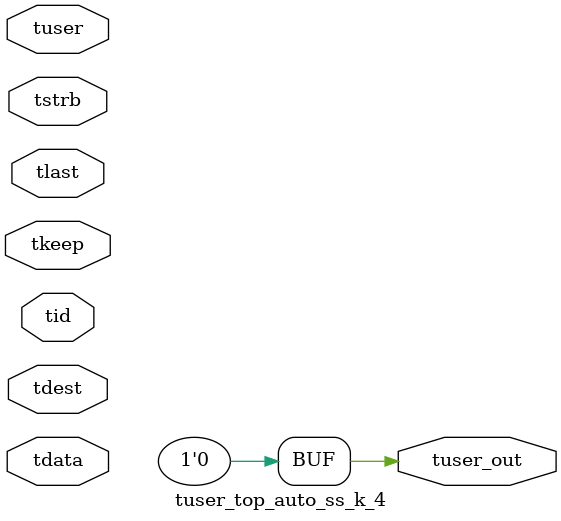
<source format=v>


`timescale 1ps/1ps

module tuser_top_auto_ss_k_4 #
(
parameter C_S_AXIS_TUSER_WIDTH = 1,
parameter C_S_AXIS_TDATA_WIDTH = 32,
parameter C_S_AXIS_TID_WIDTH   = 0,
parameter C_S_AXIS_TDEST_WIDTH = 0,
parameter C_M_AXIS_TUSER_WIDTH = 1
)
(
input  [(C_S_AXIS_TUSER_WIDTH == 0 ? 1 : C_S_AXIS_TUSER_WIDTH)-1:0     ] tuser,
input  [(C_S_AXIS_TDATA_WIDTH == 0 ? 1 : C_S_AXIS_TDATA_WIDTH)-1:0     ] tdata,
input  [(C_S_AXIS_TID_WIDTH   == 0 ? 1 : C_S_AXIS_TID_WIDTH)-1:0       ] tid,
input  [(C_S_AXIS_TDEST_WIDTH == 0 ? 1 : C_S_AXIS_TDEST_WIDTH)-1:0     ] tdest,
input  [(C_S_AXIS_TDATA_WIDTH/8)-1:0 ] tkeep,
input  [(C_S_AXIS_TDATA_WIDTH/8)-1:0 ] tstrb,
input                                                                    tlast,
output [C_M_AXIS_TUSER_WIDTH-1:0] tuser_out
);

assign tuser_out = {1'b0};

endmodule


</source>
